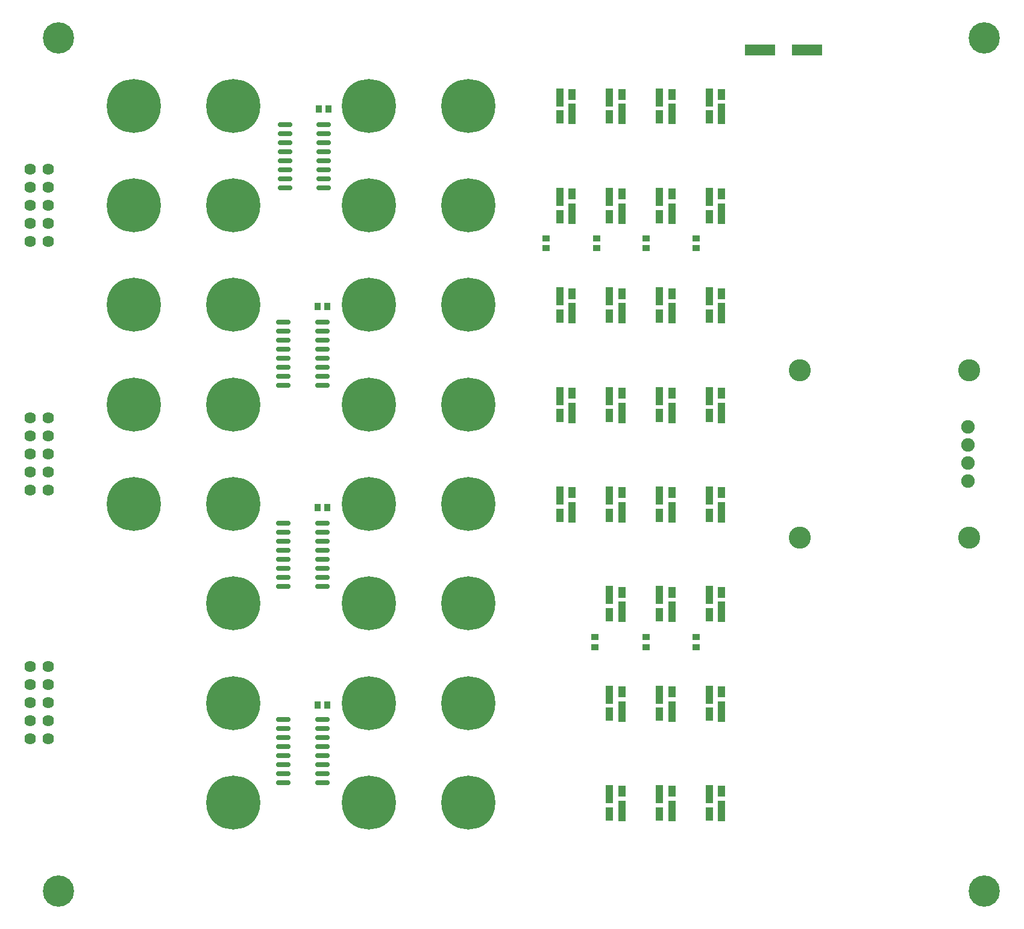
<source format=gts>
G04 #@! TF.GenerationSoftware,KiCad,Pcbnew,7.0.7*
G04 #@! TF.CreationDate,2023-10-09T21:47:46+02:00*
G04 #@! TF.ProjectId,Kaboom_box_top,4b61626f-6f6d-45f6-926f-785f746f702e,rev?*
G04 #@! TF.SameCoordinates,Original*
G04 #@! TF.FileFunction,Soldermask,Top*
G04 #@! TF.FilePolarity,Negative*
%FSLAX46Y46*%
G04 Gerber Fmt 4.6, Leading zero omitted, Abs format (unit mm)*
G04 Created by KiCad (PCBNEW 7.0.7) date 2023-10-09 21:47:46*
%MOMM*%
%LPD*%
G01*
G04 APERTURE LIST*
G04 Aperture macros list*
%AMRoundRect*
0 Rectangle with rounded corners*
0 $1 Rounding radius*
0 $2 $3 $4 $5 $6 $7 $8 $9 X,Y pos of 4 corners*
0 Add a 4 corners polygon primitive as box body*
4,1,4,$2,$3,$4,$5,$6,$7,$8,$9,$2,$3,0*
0 Add four circle primitives for the rounded corners*
1,1,$1+$1,$2,$3*
1,1,$1+$1,$4,$5*
1,1,$1+$1,$6,$7*
1,1,$1+$1,$8,$9*
0 Add four rect primitives between the rounded corners*
20,1,$1+$1,$2,$3,$4,$5,0*
20,1,$1+$1,$4,$5,$6,$7,0*
20,1,$1+$1,$6,$7,$8,$9,0*
20,1,$1+$1,$8,$9,$2,$3,0*%
G04 Aperture macros list end*
%ADD10C,7.600000*%
%ADD11RoundRect,0.050000X-0.450000X0.750000X-0.450000X-0.750000X0.450000X-0.750000X0.450000X0.750000X0*%
%ADD12RoundRect,0.050000X-0.450000X1.250000X-0.450000X-1.250000X0.450000X-1.250000X0.450000X1.250000X0*%
%ADD13RoundRect,0.050000X-0.450000X0.900000X-0.450000X-0.900000X0.450000X-0.900000X0.450000X0.900000X0*%
%ADD14RoundRect,0.050000X-0.450000X1.400000X-0.450000X-1.400000X0.450000X-1.400000X0.450000X1.400000X0*%
%ADD15RoundRect,0.050000X0.400000X0.450000X-0.400000X0.450000X-0.400000X-0.450000X0.400000X-0.450000X0*%
%ADD16C,1.624003*%
%ADD17C,3.100000*%
%ADD18C,1.900000*%
%ADD19RoundRect,0.050000X-2.100000X-0.700000X2.100000X-0.700000X2.100000X0.700000X-2.100000X0.700000X0*%
%ADD20RoundRect,0.050000X0.450000X-0.400000X0.450000X0.400000X-0.450000X0.400000X-0.450000X-0.400000X0*%
%ADD21C,4.400000*%
%ADD22O,2.070993X0.702007*%
G04 APERTURE END LIST*
D10*
G04 #@! TO.C,J136*
X142535534Y-133535534D03*
G04 #@! TD*
D11*
G04 #@! TO.C,U176*
X157135598Y-75960604D03*
D12*
X155385534Y-76360655D03*
D13*
X155385534Y-79110464D03*
D14*
X157135598Y-78710667D03*
G04 #@! TD*
D11*
G04 #@! TO.C,U174*
X157135598Y-47960604D03*
D12*
X155385534Y-48360655D03*
D13*
X155385534Y-51110464D03*
D14*
X157135598Y-50710667D03*
G04 #@! TD*
D11*
G04 #@! TO.C,U153*
X178135598Y-89960604D03*
D12*
X176385534Y-90360655D03*
D13*
X176385534Y-93110464D03*
D14*
X178135598Y-92710667D03*
G04 #@! TD*
D15*
G04 #@! TO.C,C116*
X122939503Y-50035534D03*
X121539453Y-50035534D03*
G04 #@! TD*
D11*
G04 #@! TO.C,U162*
X171135598Y-103960604D03*
D12*
X169385534Y-104360655D03*
D13*
X169385534Y-107110464D03*
D14*
X171135598Y-106710667D03*
G04 #@! TD*
D10*
G04 #@! TO.C,J137*
X142535534Y-147535534D03*
G04 #@! TD*
D11*
G04 #@! TO.C,U163*
X171135598Y-117960604D03*
D12*
X169385534Y-118360655D03*
D13*
X169385534Y-121110464D03*
D14*
X171135598Y-120710667D03*
G04 #@! TD*
D10*
G04 #@! TO.C,J135*
X142535534Y-119535534D03*
G04 #@! TD*
G04 #@! TO.C,J155*
X95535534Y-63535534D03*
G04 #@! TD*
D16*
G04 #@! TO.C,P101*
X83535534Y-68615544D03*
X80995528Y-68615544D03*
X83535534Y-66075539D03*
X80995528Y-66075539D03*
X83535534Y-63535534D03*
X80995528Y-63535534D03*
X83535534Y-60995529D03*
X80995528Y-60995529D03*
X83535534Y-58455524D03*
X80995528Y-58455524D03*
G04 #@! TD*
D17*
G04 #@! TO.C,U144*
X212936068Y-86745529D03*
X189136068Y-86745529D03*
X212936068Y-110245529D03*
X189136068Y-110245529D03*
D18*
X212736068Y-94685521D03*
X212736068Y-97225526D03*
X212736068Y-99765532D03*
X212736068Y-102305537D03*
G04 #@! TD*
D10*
G04 #@! TO.C,J139*
X128535534Y-63535534D03*
G04 #@! TD*
G04 #@! TO.C,J154*
X95535534Y-49535534D03*
G04 #@! TD*
G04 #@! TO.C,J138*
X128535534Y-49535534D03*
G04 #@! TD*
D11*
G04 #@! TO.C,U173*
X164135598Y-145960604D03*
D12*
X162385534Y-146360655D03*
D13*
X162385534Y-149110464D03*
D14*
X164135598Y-148710667D03*
G04 #@! TD*
D11*
G04 #@! TO.C,U169*
X164135598Y-89960604D03*
D12*
X162385534Y-90360655D03*
D13*
X162385534Y-93110464D03*
D14*
X164135598Y-92710667D03*
G04 #@! TD*
D11*
G04 #@! TO.C,U159*
X171135598Y-61960604D03*
D12*
X169385534Y-62360655D03*
D13*
X169385534Y-65110464D03*
D14*
X171135598Y-64710667D03*
G04 #@! TD*
D19*
G04 #@! TO.C,C128*
X183551116Y-41710534D03*
X190085534Y-41710534D03*
G04 #@! TD*
D11*
G04 #@! TO.C,U155*
X178135598Y-117960604D03*
D12*
X176385534Y-118360655D03*
D13*
X176385534Y-121110464D03*
D14*
X178135598Y-120710667D03*
G04 #@! TD*
D20*
G04 #@! TO.C,C120*
X174535534Y-69585559D03*
X174535534Y-68185509D03*
G04 #@! TD*
G04 #@! TO.C,C122*
X167535534Y-69585559D03*
X167535534Y-68185509D03*
G04 #@! TD*
G04 #@! TO.C,C124*
X160535534Y-69585559D03*
X160535534Y-68185509D03*
G04 #@! TD*
D10*
G04 #@! TO.C,J156*
X95535534Y-77535534D03*
G04 #@! TD*
D21*
G04 #@! TO.C,H108*
X85000000Y-160000000D03*
G04 #@! TD*
D10*
G04 #@! TO.C,J131*
X142535534Y-63535534D03*
G04 #@! TD*
D20*
G04 #@! TO.C,C121*
X174535534Y-125685559D03*
X174535534Y-124285509D03*
G04 #@! TD*
D11*
G04 #@! TO.C,U151*
X178135598Y-61960604D03*
D12*
X176385534Y-62360655D03*
D13*
X176385534Y-65110464D03*
D14*
X178135598Y-64710667D03*
G04 #@! TD*
D11*
G04 #@! TO.C,U164*
X171135598Y-131960604D03*
D12*
X169385534Y-132360655D03*
D13*
X169385534Y-135110464D03*
D14*
X171135598Y-134710667D03*
G04 #@! TD*
D11*
G04 #@! TO.C,U177*
X157135598Y-89960604D03*
D12*
X155385534Y-90360655D03*
D13*
X155385534Y-93110464D03*
D14*
X157135598Y-92710667D03*
G04 #@! TD*
D10*
G04 #@! TO.C,J132*
X142535534Y-77535534D03*
G04 #@! TD*
D11*
G04 #@! TO.C,U158*
X171135598Y-47960604D03*
D12*
X169385534Y-48360655D03*
D13*
X169385534Y-51110464D03*
D14*
X171135598Y-50710667D03*
G04 #@! TD*
D10*
G04 #@! TO.C,J151*
X109535534Y-119535534D03*
G04 #@! TD*
G04 #@! TO.C,J150*
X109535534Y-105535534D03*
G04 #@! TD*
D22*
G04 #@! TO.C,U148*
X116589402Y-135812881D03*
X116589402Y-137082884D03*
X116589402Y-138352886D03*
X116589402Y-139622889D03*
X116589402Y-140892891D03*
X116589402Y-142162894D03*
X116589402Y-143432896D03*
X116589402Y-144702899D03*
X122060572Y-144702899D03*
X122060572Y-143432896D03*
X122060572Y-142162894D03*
X122060572Y-140892891D03*
X122060572Y-139622889D03*
X122060572Y-138352886D03*
X122060572Y-137082884D03*
X122060572Y-135812881D03*
G04 #@! TD*
D11*
G04 #@! TO.C,U170*
X164135598Y-103960604D03*
D12*
X162385534Y-104360655D03*
D13*
X162385534Y-107110464D03*
D14*
X164135598Y-106710667D03*
G04 #@! TD*
D10*
G04 #@! TO.C,J144*
X128535534Y-133535534D03*
G04 #@! TD*
G04 #@! TO.C,J157*
X95535534Y-91535534D03*
G04 #@! TD*
G04 #@! TO.C,J147*
X109535534Y-63535534D03*
G04 #@! TD*
D11*
G04 #@! TO.C,U168*
X164135598Y-75960604D03*
D12*
X162385534Y-76360655D03*
D13*
X162385534Y-79110464D03*
D14*
X164135598Y-78710667D03*
G04 #@! TD*
D10*
G04 #@! TO.C,J152*
X109535534Y-133535534D03*
G04 #@! TD*
D16*
G04 #@! TO.C,P103*
X83535534Y-103575539D03*
X80995528Y-103575539D03*
X83535534Y-101035534D03*
X80995528Y-101035534D03*
X83535534Y-98495529D03*
X80995528Y-98495529D03*
X83535534Y-95955524D03*
X80995528Y-95955524D03*
X83535534Y-93415519D03*
X80995528Y-93415519D03*
G04 #@! TD*
D10*
G04 #@! TO.C,J145*
X128535534Y-147535534D03*
G04 #@! TD*
G04 #@! TO.C,J143*
X128535534Y-119535534D03*
G04 #@! TD*
G04 #@! TO.C,J148*
X109535534Y-77535534D03*
G04 #@! TD*
D11*
G04 #@! TO.C,U167*
X164135598Y-61960604D03*
D12*
X162385534Y-62360655D03*
D13*
X162385534Y-65110464D03*
D14*
X164135598Y-64710667D03*
G04 #@! TD*
D20*
G04 #@! TO.C,C125*
X160285534Y-125685559D03*
X160285534Y-124285509D03*
G04 #@! TD*
D11*
G04 #@! TO.C,U156*
X178135598Y-131960604D03*
D12*
X176385534Y-132360655D03*
D13*
X176385534Y-135110464D03*
D14*
X178135598Y-134710667D03*
G04 #@! TD*
D11*
G04 #@! TO.C,U160*
X171135598Y-75960604D03*
D12*
X169385534Y-76360655D03*
D13*
X169385534Y-79110464D03*
D14*
X171135598Y-78710667D03*
G04 #@! TD*
D15*
G04 #@! TO.C,C117*
X122760597Y-77785534D03*
X121360547Y-77785534D03*
G04 #@! TD*
D10*
G04 #@! TO.C,J142*
X128535534Y-105535534D03*
G04 #@! TD*
D15*
G04 #@! TO.C,C119*
X122760597Y-133785534D03*
X121360547Y-133785534D03*
G04 #@! TD*
D11*
G04 #@! TO.C,U161*
X171135598Y-89960604D03*
D12*
X169385534Y-90360655D03*
D13*
X169385534Y-93110464D03*
D14*
X171135598Y-92710667D03*
G04 #@! TD*
D10*
G04 #@! TO.C,J149*
X109535534Y-91535534D03*
G04 #@! TD*
D11*
G04 #@! TO.C,U178*
X157135598Y-103960604D03*
D12*
X155385534Y-104360655D03*
D13*
X155385534Y-107110464D03*
D14*
X157135598Y-106710667D03*
G04 #@! TD*
D20*
G04 #@! TO.C,C126*
X153485534Y-69585559D03*
X153485534Y-68185509D03*
G04 #@! TD*
D15*
G04 #@! TO.C,C118*
X122760597Y-106035534D03*
X121360547Y-106035534D03*
G04 #@! TD*
D11*
G04 #@! TO.C,U152*
X178135598Y-75960604D03*
D12*
X176385534Y-76360655D03*
D13*
X176385534Y-79110464D03*
D14*
X178135598Y-78710667D03*
G04 #@! TD*
D11*
G04 #@! TO.C,U175*
X157135598Y-61960604D03*
D12*
X155385534Y-62360655D03*
D13*
X155385534Y-65110464D03*
D14*
X157135598Y-64710667D03*
G04 #@! TD*
D10*
G04 #@! TO.C,J146*
X109535534Y-49535534D03*
G04 #@! TD*
D11*
G04 #@! TO.C,U154*
X178135598Y-103960604D03*
D12*
X176385534Y-104360655D03*
D13*
X176385534Y-107110464D03*
D14*
X178135598Y-106710667D03*
G04 #@! TD*
D10*
G04 #@! TO.C,J141*
X128535534Y-91535534D03*
G04 #@! TD*
G04 #@! TO.C,J153*
X109535534Y-147535534D03*
G04 #@! TD*
D21*
G04 #@! TO.C,H105*
X215000000Y-40000000D03*
G04 #@! TD*
D10*
G04 #@! TO.C,J130*
X142535534Y-49535534D03*
G04 #@! TD*
D22*
G04 #@! TO.C,U145*
X116768308Y-52217592D03*
X116768308Y-53487595D03*
X116768308Y-54757597D03*
X116768308Y-56027600D03*
X116768308Y-57297602D03*
X116768308Y-58567605D03*
X116768308Y-59837607D03*
X116768308Y-61107610D03*
X122239478Y-61107610D03*
X122239478Y-59837607D03*
X122239478Y-58567605D03*
X122239478Y-57297602D03*
X122239478Y-56027600D03*
X122239478Y-54757597D03*
X122239478Y-53487595D03*
X122239478Y-52217592D03*
G04 #@! TD*
D20*
G04 #@! TO.C,C123*
X167535534Y-125685559D03*
X167535534Y-124285509D03*
G04 #@! TD*
D10*
G04 #@! TO.C,J158*
X95535534Y-105535534D03*
G04 #@! TD*
D11*
G04 #@! TO.C,U166*
X164135598Y-47960604D03*
D12*
X162385534Y-48360655D03*
D13*
X162385534Y-51110464D03*
D14*
X164135598Y-50710667D03*
G04 #@! TD*
D10*
G04 #@! TO.C,J140*
X128535534Y-77535534D03*
G04 #@! TD*
D11*
G04 #@! TO.C,U165*
X171135598Y-145960604D03*
D12*
X169385534Y-146360655D03*
D13*
X169385534Y-149110464D03*
D14*
X171135598Y-148710667D03*
G04 #@! TD*
D16*
G04 #@! TO.C,P105*
X83535534Y-138575538D03*
X80995528Y-138575538D03*
X83535534Y-136035533D03*
X80995528Y-136035533D03*
X83535534Y-133495528D03*
X80995528Y-133495528D03*
X83535534Y-130955523D03*
X80995528Y-130955523D03*
X83535534Y-128415518D03*
X80995528Y-128415518D03*
G04 #@! TD*
D10*
G04 #@! TO.C,J133*
X142535534Y-91535534D03*
G04 #@! TD*
D11*
G04 #@! TO.C,U172*
X164135598Y-131960604D03*
D12*
X162385534Y-132360655D03*
D13*
X162385534Y-135110464D03*
D14*
X164135598Y-134710667D03*
G04 #@! TD*
D22*
G04 #@! TO.C,U147*
X116589402Y-108217592D03*
X116589402Y-109487595D03*
X116589402Y-110757597D03*
X116589402Y-112027600D03*
X116589402Y-113297602D03*
X116589402Y-114567605D03*
X116589402Y-115837607D03*
X116589402Y-117107610D03*
X122060572Y-117107610D03*
X122060572Y-115837607D03*
X122060572Y-114567605D03*
X122060572Y-113297602D03*
X122060572Y-112027600D03*
X122060572Y-110757597D03*
X122060572Y-109487595D03*
X122060572Y-108217592D03*
G04 #@! TD*
D11*
G04 #@! TO.C,U171*
X164135598Y-117960604D03*
D12*
X162385534Y-118360655D03*
D13*
X162385534Y-121110464D03*
D14*
X164135598Y-120710667D03*
G04 #@! TD*
D22*
G04 #@! TO.C,U146*
X116589402Y-79925783D03*
X116589402Y-81195786D03*
X116589402Y-82465788D03*
X116589402Y-83735791D03*
X116589402Y-85005793D03*
X116589402Y-86275796D03*
X116589402Y-87545798D03*
X116589402Y-88815801D03*
X122060572Y-88815801D03*
X122060572Y-87545798D03*
X122060572Y-86275796D03*
X122060572Y-85005793D03*
X122060572Y-83735791D03*
X122060572Y-82465788D03*
X122060572Y-81195786D03*
X122060572Y-79925783D03*
G04 #@! TD*
D11*
G04 #@! TO.C,U157*
X178135598Y-145960604D03*
D12*
X176385534Y-146360655D03*
D13*
X176385534Y-149110464D03*
D14*
X178135598Y-148710667D03*
G04 #@! TD*
D21*
G04 #@! TO.C,H106*
X85000000Y-40000000D03*
G04 #@! TD*
G04 #@! TO.C,H107*
X215000000Y-160000000D03*
G04 #@! TD*
D10*
G04 #@! TO.C,J134*
X142535534Y-105535534D03*
G04 #@! TD*
D11*
G04 #@! TO.C,U150*
X178135598Y-47960604D03*
D12*
X176385534Y-48360655D03*
D13*
X176385534Y-51110464D03*
D14*
X178135598Y-50710667D03*
G04 #@! TD*
M02*

</source>
